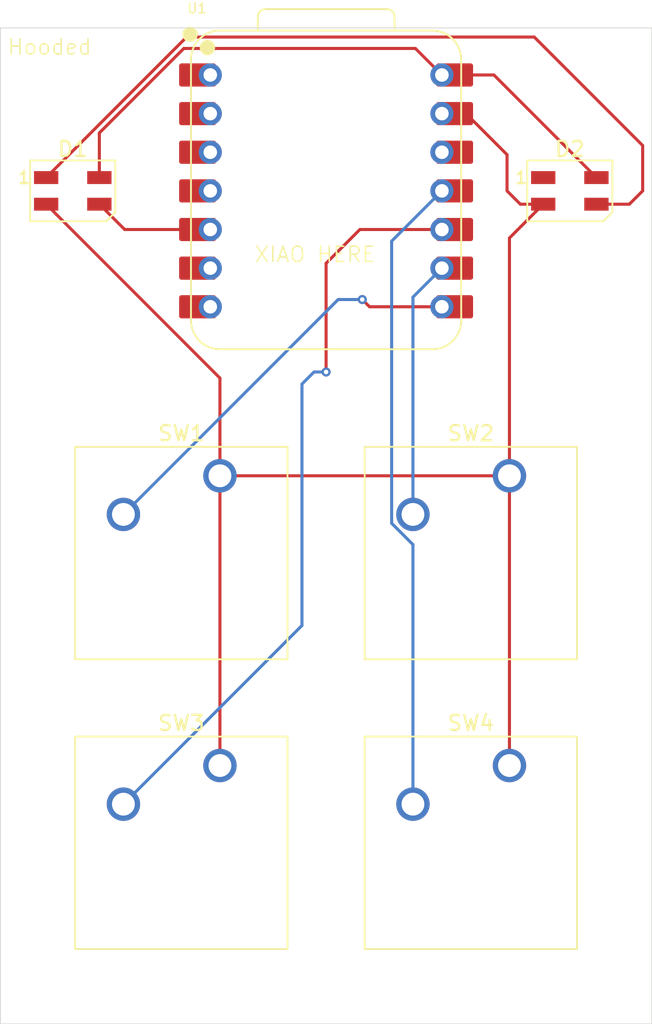
<source format=kicad_pcb>
(kicad_pcb (version 20241229) (generator "pcbnew") (generator_version "9.0")
  (layers (0 "F.Cu" signal) (2 "B.Cu" signal) (13 "F.Paste" user) (15 "B.Paste" user) (5 "F.SilkS" user "F.Silkscreen") (7 "B.SilkS" user "B.Silkscreen") (1 "F.Mask" user) (3 "B.Mask" user) (25 "Edge.Cuts" user))
  (net 0 "")
  (net 1 "+5V")
  (net 2 "GND")
  (net 3 "Net-(D1-DIN)")
  (net 4 "Net-(D1-DOUT)")
  (net 6 "Net-(U1-GPIO1{slash}RX)")
  (net 14 "Net-(U1-GPIO2{slash}SCK)")
  (net 15 "Net-(U1-GPIO4{slash}MISO)")
  (net 16 "Net-(U1-GPIO3{slash}MOSI)")
  (footprint "LED_SMD:LED_SK6812MINI_PLCC4_3.5x3.5mm_P1.75mm" (layer "F.Cu") (at 116.05 42.8625)
    (property "Reference" "D2" (at 0 -2.75 0) (layer "F.SilkS"))
    (property "Value" "SK6812MINI")
    (fp_line (start -2.8 -2) (end -2.8 2) (stroke (width 0.12)) (layer "F.SilkS"))
    (fp_line (start -2.8 -2) (end 2.8 -2) (stroke (width 0.12)) (layer "F.SilkS"))
    (fp_line (start -2.8 2) (end 2.2 2) (stroke (width 0.12)) (layer "F.SilkS"))
    (fp_line (start 2.8 1.4) (end 2.2 2) (stroke (width 0.12)) (layer "F.SilkS"))
    (fp_line (start 2.8 1.4) (end 2.8 -2) (stroke (width 0.12)) (layer "F.SilkS"))
    (fp_text user "1" (at -3.2 -0.875 0) (layer "F.SilkS") (effects (font (size 0.8 0.8))))
    (pad "1" smd rect (at -1.75 -0.875) (size 1.6 0.85) (layers "F.Cu" "F.Mask" "F.Paste"))
    (pad "2" smd rect (at -1.75 0.875) (size 1.6 0.85) (layers "F.Cu" "F.Mask" "F.Paste") (net 2 "GND"))
    (pad "3" smd rect (at 1.75 0.875) (size 1.6 0.85) (layers "F.Cu" "F.Mask" "F.Paste") (net 4 "Net-(D1-DOUT)"))
    (pad "4" smd rect (at 1.75 -0.875) (size 1.6 0.85) (layers "F.Cu" "F.Mask" "F.Paste") (net 1 "+5V"))
  )
  (footprint "Button_Switch_Keyboard:SW_Cherry_MX_1.00u_PCB" (layer "F.Cu") (at 93.0275 61.595)
    (property "Reference" "SW1" (at -2.54 -2.794 0) (layer "F.SilkS"))
    (property "Value" "SW_Push")
    (fp_line (start -9.525 -1.905) (end 4.445 -1.905) (stroke (width 0.12)) (layer "F.SilkS"))
    (fp_line (start -9.525 12.065) (end -9.525 -1.905) (stroke (width 0.12)) (layer "F.SilkS"))
    (fp_line (start 4.445 -1.905) (end 4.445 12.065) (stroke (width 0.12)) (layer "F.SilkS"))
    (fp_line (start 4.445 12.065) (end -9.525 12.065) (stroke (width 0.12)) (layer "F.SilkS"))
    (pad "" np_thru_hole circle (at -7.62 5.08) (size 1.7 1.7) (drill 1.7) (layers "*.Cu" "*.Mask"))
    (pad "" np_thru_hole circle (at -2.54 5.08) (size 4 4) (drill 4) (layers "*.Cu" "*.Mask"))
    (pad "" np_thru_hole circle (at 2.54 5.08) (size 1.7 1.7) (drill 1.7) (layers "*.Cu" "*.Mask"))
    (pad "1" thru_hole circle (at 0 0) (size 2.2 2.2) (drill 1.5) (layers "*.Cu" "*.Mask") (net 2 "GND"))
    (pad "2" thru_hole circle (at -6.35 2.54) (size 2.2 2.2) (drill 1.5) (layers "*.Cu" "*.Mask") (net 6 "Net-(U1-GPIO1{slash}RX)"))
  )
  (footprint "Button_Switch_Keyboard:SW_Cherry_MX_1.00u_PCB" (layer "F.Cu") (at 112.0775 61.595)
    (property "Reference" "SW2" (at -2.54 -2.794 0) (layer "F.SilkS"))
    (property "Value" "SW_Push")
    (fp_line (start -9.525 -1.905) (end 4.445 -1.905) (stroke (width 0.12)) (layer "F.SilkS"))
    (fp_line (start -9.525 12.065) (end -9.525 -1.905) (stroke (width 0.12)) (layer "F.SilkS"))
    (fp_line (start 4.445 -1.905) (end 4.445 12.065) (stroke (width 0.12)) (layer "F.SilkS"))
    (fp_line (start 4.445 12.065) (end -9.525 12.065) (stroke (width 0.12)) (layer "F.SilkS"))
    (pad "" np_thru_hole circle (at -7.62 5.08) (size 1.7 1.7) (drill 1.7) (layers "*.Cu" "*.Mask"))
    (pad "" np_thru_hole circle (at -2.54 5.08) (size 4 4) (drill 4) (layers "*.Cu" "*.Mask"))
    (pad "" np_thru_hole circle (at 2.54 5.08) (size 1.7 1.7) (drill 1.7) (layers "*.Cu" "*.Mask"))
    (pad "1" thru_hole circle (at 0 0) (size 2.2 2.2) (drill 1.5) (layers "*.Cu" "*.Mask") (net 2 "GND"))
    (pad "2" thru_hole circle (at -6.35 2.54) (size 2.2 2.2) (drill 1.5) (layers "*.Cu" "*.Mask") (net 14 "Net-(U1-GPIO2{slash}SCK)"))
  )
  (footprint "OPL:XIAO-RP2040-DIP" (layer "F.Cu") (at 100.0125 42.8625)
    (property "Reference" "U1" (at -8.5 -12 0) (layer "F.SilkS") (effects (font (size 0.635 0.635) (thickness 0.1016))))
    (property "Value" "XIAO-RP2040-DIP")
    (fp_line (start -8.89 8.509) (end -8.89 -8.636) (stroke (width 0.127)) (layer "F.SilkS"))
    (fp_line (start -6.985 10.414) (end 6.985 10.414) (stroke (width 0.127)) (layer "F.SilkS"))
    (fp_line (start -4.495 -10.541) (end -4.491272 -11.451272) (stroke (width 0.127)) (layer "F.SilkS"))
    (fp_line (start -3.991272 -11.951) (end 4.004 -11.951) (stroke (width 0.127)) (layer "F.SilkS"))
    (fp_line (start 4.504 -11.451) (end 4.504 -10.541) (stroke (width 0.127)) (layer "F.SilkS"))
    (fp_line (start 6.985 -10.541) (end -6.985 -10.541) (stroke (width 0.1)) (layer "F.SilkS"))
    (fp_line (start 6.985 -10.541) (end -6.985 -10.541) (stroke (width 0.127)) (layer "F.SilkS"))
    (fp_line (start 8.89 8.509) (end 8.89 -8.636) (stroke (width 0.127)) (layer "F.SilkS"))
    (fp_arc (start -8.89 -8.636) (mid -8.332038 -9.983038) (end -6.985 -10.541) (stroke (width 0.127)) (layer "F.SilkS"))
    (fp_arc (start -6.985 10.414) (mid -8.332038 9.856038) (end -8.89 8.509) (stroke (width 0.127)) (layer "F.SilkS"))
    (fp_arc (start -4.491272 -11.451272) (mid -4.344728 -11.80464) (end -3.991272 -11.951) (stroke (width 0.127)) (layer "F.SilkS"))
    (fp_arc (start 4.004 -11.951) (mid 4.357553 -11.804553) (end 4.504 -11.451) (stroke (width 0.127)) (layer "F.SilkS"))
    (fp_arc (start 6.985 -10.541) (mid 8.332038 -9.983038) (end 8.89 -8.636) (stroke (width 0.127)) (layer "F.SilkS"))
    (fp_arc (start 8.89 8.509) (mid 8.332038 9.856038) (end 6.985 10.414) (stroke (width 0.127)) (layer "F.SilkS"))
    (fp_circle (center -8.95 -10.3) (end -8.95 -10.554) (stroke (width 0.5)) (fill yes) (layer "F.SilkS"))
    (fp_circle (center -7.807 -9.42) (end -7.807 -9.674) (stroke (width 0.5)) (fill yes) (layer "F.SilkS"))
    (pad "1" smd roundrect (at -8.455 -7.62 180) (size 2.432 1.524) (layers "F.Cu" "F.Mask") (roundrect_rratio 0.1))
    (pad "1" thru_hole circle (at -7.62 -7.62 180) (size 1.524 1.524) (drill 0.889) (layers "*.Cu" "*.Mask"))
    (pad "2" smd roundrect (at -8.455 -5.08 180) (size 2.432 1.524) (layers "F.Cu" "F.Mask") (roundrect_rratio 0.1))
    (pad "2" thru_hole circle (at -7.62 -5.08 180) (size 1.524 1.524) (drill 0.889) (layers "*.Cu" "*.Mask"))
    (pad "3" smd roundrect (at -8.455 -2.54 180) (size 2.432 1.524) (layers "F.Cu" "F.Mask") (roundrect_rratio 0.1))
    (pad "3" thru_hole circle (at -7.62 -2.54 180) (size 1.524 1.524) (drill 0.889) (layers "*.Cu" "*.Mask"))
    (pad "4" smd roundrect (at -8.455 0 180) (size 2.432 1.524) (layers "F.Cu" "F.Mask") (roundrect_rratio 0.1))
    (pad "4" thru_hole circle (at -7.62 0 180) (size 1.524 1.524) (drill 0.889) (layers "*.Cu" "*.Mask"))
    (pad "5" smd roundrect (at -8.455 2.54 180) (size 2.432 1.524) (layers "F.Cu" "F.Mask") (roundrect_rratio 0.1) (net 3 "Net-(D1-DIN)"))
    (pad "5" thru_hole circle (at -7.62 2.54 180) (size 1.524 1.524) (drill 0.889) (layers "*.Cu" "*.Mask") (net 3 "Net-(D1-DIN)"))
    (pad "6" smd roundrect (at -8.455 5.08 180) (size 2.432 1.524) (layers "F.Cu" "F.Mask") (roundrect_rratio 0.1))
    (pad "6" thru_hole circle (at -7.62 5.08 180) (size 1.524 1.524) (drill 0.889) (layers "*.Cu" "*.Mask"))
    (pad "7" smd roundrect (at -8.455 7.62 180) (size 2.432 1.524) (layers "F.Cu" "F.Mask") (roundrect_rratio 0.1))
    (pad "7" thru_hole circle (at -7.62 7.62 180) (size 1.524 1.524) (drill 0.889) (layers "*.Cu" "*.Mask"))
    (pad "8" thru_hole circle (at 7.62 7.62) (size 1.524 1.524) (drill 0.889) (layers "*.Cu" "*.Mask") (net 6 "Net-(U1-GPIO1{slash}RX)"))
    (pad "8" smd roundrect (at 8.455 7.62) (size 2.432 1.524) (layers "F.Cu" "F.Mask") (roundrect_rratio 0.1) (net 6 "Net-(U1-GPIO1{slash}RX)"))
    (pad "9" thru_hole circle (at 7.62 5.08) (size 1.524 1.524) (drill 0.889) (layers "*.Cu" "*.Mask") (net 14 "Net-(U1-GPIO2{slash}SCK)"))
    (pad "9" smd roundrect (at 8.455 5.08) (size 2.432 1.524) (layers "F.Cu" "F.Mask") (roundrect_rratio 0.1) (net 14 "Net-(U1-GPIO2{slash}SCK)"))
    (pad "10" thru_hole circle (at 7.62 2.54) (size 1.524 1.524) (drill 0.889) (layers "*.Cu" "*.Mask") (net 15 "Net-(U1-GPIO4{slash}MISO)"))
    (pad "10" smd roundrect (at 8.455 2.54) (size 2.432 1.524) (layers "F.Cu" "F.Mask") (roundrect_rratio 0.1) (net 15 "Net-(U1-GPIO4{slash}MISO)"))
    (pad "11" thru_hole circle (at 7.62 0) (size 1.524 1.524) (drill 0.889) (layers "*.Cu" "*.Mask") (net 16 "Net-(U1-GPIO3{slash}MOSI)"))
    (pad "11" smd roundrect (at 8.455 0) (size 2.432 1.524) (layers "F.Cu" "F.Mask") (roundrect_rratio 0.1) (net 16 "Net-(U1-GPIO3{slash}MOSI)"))
    (pad "12" thru_hole circle (at 7.62 -2.54) (size 1.524 1.524) (drill 0.889) (layers "*.Cu" "*.Mask"))
    (pad "12" smd roundrect (at 8.455 -2.54) (size 2.432 1.524) (layers "F.Cu" "F.Mask") (roundrect_rratio 0.1))
    (pad "13" thru_hole circle (at 7.62 -5.08) (size 1.524 1.524) (drill 0.889) (layers "*.Cu" "*.Mask") (net 2 "GND"))
    (pad "13" smd roundrect (at 8.455 -5.08) (size 2.432 1.524) (layers "F.Cu" "F.Mask") (roundrect_rratio 0.1) (net 2 "GND"))
    (pad "14" thru_hole circle (at 7.62 -7.62) (size 1.524 1.524) (drill 0.889) (layers "*.Cu" "*.Mask") (net 1 "+5V"))
    (pad "14" smd roundrect (at 8.455 -7.62) (size 2.432 1.524) (layers "F.Cu" "F.Mask") (roundrect_rratio 0.1) (net 1 "+5V"))
  )
  (footprint "Button_Switch_Keyboard:SW_Cherry_MX_1.00u_PCB" (layer "F.Cu") (at 93.0275 80.645)
    (property "Reference" "SW3" (at -2.54 -2.794 0) (layer "F.SilkS"))
    (property "Value" "SW_Push")
    (fp_line (start -9.525 -1.905) (end 4.445 -1.905) (stroke (width 0.12)) (layer "F.SilkS"))
    (fp_line (start -9.525 12.065) (end -9.525 -1.905) (stroke (width 0.12)) (layer "F.SilkS"))
    (fp_line (start 4.445 -1.905) (end 4.445 12.065) (stroke (width 0.12)) (layer "F.SilkS"))
    (fp_line (start 4.445 12.065) (end -9.525 12.065) (stroke (width 0.12)) (layer "F.SilkS"))
    (pad "" np_thru_hole circle (at -7.62 5.08) (size 1.7 1.7) (drill 1.7) (layers "*.Cu" "*.Mask"))
    (pad "" np_thru_hole circle (at -2.54 5.08) (size 4 4) (drill 4) (layers "*.Cu" "*.Mask"))
    (pad "" np_thru_hole circle (at 2.54 5.08) (size 1.7 1.7) (drill 1.7) (layers "*.Cu" "*.Mask"))
    (pad "1" thru_hole circle (at 0 0) (size 2.2 2.2) (drill 1.5) (layers "*.Cu" "*.Mask") (net 2 "GND"))
    (pad "2" thru_hole circle (at -6.35 2.54) (size 2.2 2.2) (drill 1.5) (layers "*.Cu" "*.Mask") (net 15 "Net-(U1-GPIO4{slash}MISO)"))
  )
  (footprint "LED_SMD:LED_SK6812MINI_PLCC4_3.5x3.5mm_P1.75mm" (layer "F.Cu") (at 83.34375 42.8625)
    (property "Reference" "D1" (at 0 -2.75 0) (layer "F.SilkS"))
    (property "Value" "SK6812MINI")
    (fp_line (start -2.8 -2) (end -2.8 2) (stroke (width 0.12)) (layer "F.SilkS"))
    (fp_line (start -2.8 -2) (end 2.8 -2) (stroke (width 0.12)) (layer "F.SilkS"))
    (fp_line (start -2.8 2) (end 2.2 2) (stroke (width 0.12)) (layer "F.SilkS"))
    (fp_line (start 2.8 1.4) (end 2.2 2) (stroke (width 0.12)) (layer "F.SilkS"))
    (fp_line (start 2.8 1.4) (end 2.8 -2) (stroke (width 0.12)) (layer "F.SilkS"))
    (fp_text user "1" (at -3.2 -0.875 0) (layer "F.SilkS") (effects (font (size 0.8 0.8))))
    (pad "1" smd rect (at -1.75 -0.875) (size 1.6 0.85) (layers "F.Cu" "F.Mask" "F.Paste") (net 4 "Net-(D1-DOUT)"))
    (pad "2" smd rect (at -1.75 0.875) (size 1.6 0.85) (layers "F.Cu" "F.Mask" "F.Paste") (net 2 "GND"))
    (pad "3" smd rect (at 1.75 0.875) (size 1.6 0.85) (layers "F.Cu" "F.Mask" "F.Paste") (net 3 "Net-(D1-DIN)"))
    (pad "4" smd rect (at 1.75 -0.875) (size 1.6 0.85) (layers "F.Cu" "F.Mask" "F.Paste") (net 1 "+5V"))
  )
  (footprint "Button_Switch_Keyboard:SW_Cherry_MX_1.00u_PCB" (layer "F.Cu") (at 112.0775 80.645)
    (property "Reference" "SW4" (at -2.54 -2.794 0) (layer "F.SilkS"))
    (property "Value" "SW_Push")
    (fp_line (start -9.525 -1.905) (end 4.445 -1.905) (stroke (width 0.12)) (layer "F.SilkS"))
    (fp_line (start -9.525 12.065) (end -9.525 -1.905) (stroke (width 0.12)) (layer "F.SilkS"))
    (fp_line (start 4.445 -1.905) (end 4.445 12.065) (stroke (width 0.12)) (layer "F.SilkS"))
    (fp_line (start 4.445 12.065) (end -9.525 12.065) (stroke (width 0.12)) (layer "F.SilkS"))
    (pad "" np_thru_hole circle (at -7.62 5.08) (size 1.7 1.7) (drill 1.7) (layers "*.Cu" "*.Mask"))
    (pad "" np_thru_hole circle (at -2.54 5.08) (size 4 4) (drill 4) (layers "*.Cu" "*.Mask"))
    (pad "" np_thru_hole circle (at 2.54 5.08) (size 1.7 1.7) (drill 1.7) (layers "*.Cu" "*.Mask"))
    (pad "1" thru_hole circle (at 0 0) (size 2.2 2.2) (drill 1.5) (layers "*.Cu" "*.Mask") (net 2 "GND"))
    (pad "2" thru_hole circle (at -6.35 2.54) (size 2.2 2.2) (drill 1.5) (layers "*.Cu" "*.Mask") (net 16 "Net-(U1-GPIO3{slash}MOSI)"))
  )
  (gr_rect (start 78.58125 32.146875) (end 121.44375 97.63125) (stroke (width 0.05)) (fill no) (layer "Edge.Cuts"))
  (gr_text "XIAO HERE" (at 95.25 47.625 0) (layer "F.SilkS") (effects (font (size 1 1) (thickness 0.1)) (justify left bottom)))
  (gr_text "Hooded" (at 78.993141 33.986697 0) (layer "F.SilkS") (effects (font (size 1 1) (thickness 0.1)) (justify left bottom)))
  (segment (start 85.09375 39.0546) (end 90.649175 33.499175) (width 0.2) (layer "F.Cu") (net 1))
  (segment (start 107.6325 35.2425) (end 111.055 35.2425) (width 0.2) (layer "F.Cu") (net 1))
  (segment (start 90.649175 33.499175) (end 105.889175 33.499175) (width 0.2) (layer "F.Cu") (net 1))
  (segment (start 111.055 35.2425) (end 117.8 41.9875) (width 0.2) (layer "F.Cu") (net 1))
  (segment (start 85.09375 41.9875) (end 85.09375 39.0546) (width 0.2) (layer "F.Cu") (net 1))
  (segment (start 105.889175 33.499175) (end 107.6325 35.2425) (width 0.2) (layer "F.Cu") (net 1))
  (segment (start 112.79375 43.7375) (end 114.3 43.7375) (width 0.2) (layer "F.Cu") (net 2))
  (segment (start 93.0275 61.595) (end 93.0275 55.17125) (width 0.2) (layer "F.Cu") (net 2))
  (segment (start 93.0275 55.17125) (end 81.59375 43.7375) (width 0.2) (layer "F.Cu") (net 2))
  (segment (start 109.22 37.7825) (end 111.91875 40.48125) (width 0.2) (layer "F.Cu") (net 2))
  (segment (start 112.0775 80.645) (end 112.0775 61.595) (width 0.2) (layer "F.Cu") (net 2))
  (segment (start 112.0775 61.595) (end 112.0775 45.96) (width 0.2) (layer "F.Cu") (net 2))
  (segment (start 93.0275 80.645) (end 93.0275 61.595) (width 0.2) (layer "F.Cu") (net 2))
  (segment (start 111.91875 40.48125) (end 111.91875 42.8625) (width 0.2) (layer "F.Cu") (net 2))
  (segment (start 107.6325 37.7825) (end 109.22 37.7825) (width 0.2) (layer "F.Cu") (net 2))
  (segment (start 93.0275 61.595) (end 112.0775 61.595) (width 0.2) (layer "F.Cu") (net 2))
  (segment (start 111.91875 42.8625) (end 112.79375 43.7375) (width 0.2) (layer "F.Cu") (net 2))
  (segment (start 112.0775 45.96) (end 114.3 43.7375) (width 0.2) (layer "F.Cu") (net 2))
  (segment (start 86.75875 45.4025) (end 85.09375 43.7375) (width 0.2) (layer "F.Cu") (net 3))
  (segment (start 92.3925 45.4025) (end 86.75875 45.4025) (width 0.2) (layer "F.Cu") (net 3))
  (segment (start 113.710375 32.747875) (end 120.84275 39.88025) (width 0.2) (layer "F.Cu") (net 4))
  (segment (start 120.84275 39.88025) (end 120.84275 42.8625) (width 0.2) (layer "F.Cu") (net 4))
  (segment (start 90.833375 32.747875) (end 113.710375 32.747875) (width 0.2) (layer "F.Cu") (net 4))
  (segment (start 81.59375 41.9875) (end 90.833375 32.747875) (width 0.2) (layer "F.Cu") (net 4))
  (segment (start 119.96775 43.7375) (end 117.8 43.7375) (width 0.2) (layer "F.Cu") (net 4))
  (segment (start 120.84275 42.8625) (end 119.96775 43.7375) (width 0.2) (layer "F.Cu") (net 4))
  (segment (start 102.87 50.4825) (end 107.6325 50.4825) (width 0.2) (layer "F.Cu") (net 6))
  (segment (start 102.39375 50.00625) (end 102.87 50.4825) (width 0.2) (layer "F.Cu") (net 6))
  (via (at 102.39375 50.00625) (size 0.6) (drill 0.3) (layers "F.Cu" "B.Cu") (net 6))
  (segment (start 86.6775 64.135) (end 100.80625 50.00625) (width 0.2) (layer "B.Cu") (net 6))
  (segment (start 100.80625 50.00625) (end 102.39375 50.00625) (width 0.2) (layer "B.Cu") (net 6))
  (segment (start 105.7275 49.8475) (end 107.6325 47.9425) (width 0.2) (layer "B.Cu") (net 14))
  (segment (start 105.7275 64.135) (end 105.7275 49.8475) (width 0.2) (layer "B.Cu") (net 14))
  (segment (start 102.235 45.4025) (end 100.0125 47.625) (width 0.2) (layer "F.Cu") (net 15))
  (segment (start 107.6325 45.4025) (end 102.235 45.4025) (width 0.2) (layer "F.Cu") (net 15))
  (segment (start 100.0125 47.625) (end 100.0125 54.76875) (width 0.2) (layer "F.Cu") (net 15))
  (via (at 100.0125 54.76875) (size 0.6) (drill 0.3) (layers "F.Cu" "B.Cu") (net 15))
  (segment (start 98.425 71.4375) (end 86.6775 83.185) (width 0.2) (layer "B.Cu") (net 15))
  (segment (start 98.425 55.5625) (end 98.425 71.4375) (width 0.2) (layer "B.Cu") (net 15))
  (segment (start 100.0125 54.76875) (end 99.21875 54.76875) (width 0.2) (layer "B.Cu") (net 15))
  (segment (start 99.21875 54.76875) (end 98.425 55.5625) (width 0.2) (layer "B.Cu") (net 15))
  (segment (start 104.3265 46.1685) (end 107.6325 42.8625) (width 0.2) (layer "B.Cu") (net 16))
  (segment (start 105.7275 66.116314) (end 104.3265 64.715314) (width 0.2) (layer "B.Cu") (net 16))
  (segment (start 105.7275 83.185) (end 105.7275 66.116314) (width 0.2) (layer "B.Cu") (net 16))
  (segment (start 104.3265 64.715314) (end 104.3265 46.1685) (width 0.2) (layer "B.Cu") (net 16))
)
</source>
